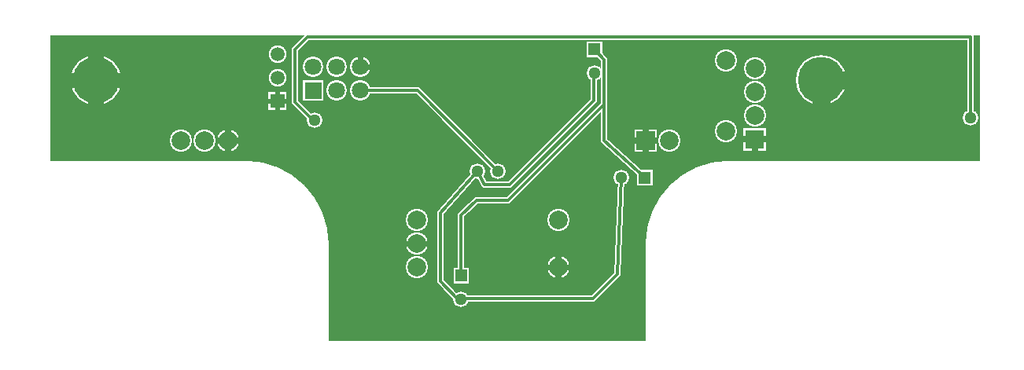
<source format=gbr>
%FSLAX34Y34*%
%MOMM*%
%LNCOPPER_BOTTOM*%
G71*
G01*
%ADD10C, 5.400*%
%ADD11C, 2.400*%
%ADD12C, 1.680*%
%ADD13C, 0.700*%
%ADD14C, 2.200*%
%ADD15C, 0.900*%
%ADD16C, 1.900*%
%ADD17C, 1.280*%
%ADD18C, 0.300*%
%ADD19C, 1.667*%
%ADD20C, 2.000*%
%ADD21C, 0.667*%
%ADD22C, 0.600*%
%ADD23C, 0.500*%
%ADD24C, 5.000*%
%ADD25C, 2.000*%
%ADD26C, 1.800*%
%ADD27C, 1.500*%
%LPD*%
G36*
X-14287Y14684D02*
X1035713Y14684D01*
X1035713Y-365316D01*
X-14287Y-365316D01*
X-14287Y14684D01*
G37*
%LPC*%
X62707Y-62706D02*
G54D10*
D03*
X843757Y-62706D02*
G54D10*
D03*
G36*
X759922Y-138205D02*
X759922Y-114205D01*
X783922Y-114205D01*
X783922Y-138205D01*
X759922Y-138205D01*
G37*
X771923Y-100806D02*
G54D11*
D03*
X771923Y-75406D02*
G54D11*
D03*
X771923Y-50006D02*
G54D11*
D03*
X407988Y-213519D02*
G54D11*
D03*
X560388Y-213519D02*
G54D11*
D03*
X407988Y-238919D02*
G54D11*
D03*
X560388Y-264319D02*
G54D11*
D03*
X407988Y-264319D02*
G54D11*
D03*
G36*
X447610Y-264650D02*
X464410Y-264650D01*
X464410Y-281450D01*
X447610Y-281450D01*
X447610Y-264650D01*
G37*
X456010Y-298450D02*
G54D12*
D03*
G36*
X607670Y-37697D02*
X590870Y-37697D01*
X590870Y-20897D01*
X607670Y-20897D01*
X607670Y-37697D01*
G37*
X599270Y-54697D02*
G54D12*
D03*
G54D13*
X456010Y-273050D02*
X456010Y-208360D01*
X472680Y-191690D01*
G54D13*
X456010Y-298450D02*
X452438Y-298450D01*
X433388Y-279400D01*
X433388Y-205582D01*
X473473Y-160337D01*
G54D13*
X473473Y-160337D02*
X481410Y-175022D01*
X508001Y-175022D01*
X598885Y-84137D01*
X598885Y-55082D01*
X599270Y-54697D01*
G54D13*
X472680Y-191690D02*
X506810Y-191690D01*
X609998Y-88503D01*
X609998Y-40025D01*
X599270Y-29297D01*
G36*
X285717Y-62758D02*
X307717Y-62758D01*
X307717Y-84758D01*
X285717Y-84758D01*
X285717Y-62758D01*
G37*
X296717Y-48358D02*
G54D14*
D03*
X322117Y-73758D02*
G54D14*
D03*
X322117Y-48358D02*
G54D14*
D03*
X347517Y-73758D02*
G54D14*
D03*
X347518Y-48358D02*
G54D14*
D03*
X495697Y-160337D02*
G54D12*
D03*
G54D15*
X1017985Y-8732D02*
X8335Y-8732D01*
G54D15*
X1018382Y-153988D02*
X744141Y-153919D01*
G54D15*
X1018382Y-8731D02*
X1018382Y-153988D01*
G54D15*
G75*
G01X744141Y-153919D02*
G03X659141Y-238919I0J-85000D01*
G01*
G54D15*
X659210Y-238919D02*
X659210Y-347663D01*
G54D15*
X659210Y-347663D02*
X308441Y-347663D01*
G54D15*
G75*
G01X308441Y-238919D02*
G03X223441Y-153919I-85000J0D01*
G01*
G54D15*
X308441Y-238919D02*
X308441Y-347663D01*
G54D15*
X8335Y-8732D02*
X8335Y-153988D01*
G54D15*
X8335Y-153988D02*
X223372Y-153988D01*
X223441Y-153919D01*
X154385Y-127793D02*
G54D11*
D03*
X179785Y-127793D02*
G54D11*
D03*
X205186Y-127793D02*
G54D11*
D03*
G36*
X666523Y-115658D02*
X666523Y-139658D01*
X642523Y-139658D01*
X642523Y-115658D01*
X666523Y-115658D01*
G37*
X679923Y-127659D02*
G54D11*
D03*
X473473Y-160337D02*
G54D12*
D03*
X1004491Y-103187D02*
G54D12*
D03*
G54D13*
X298450Y-105568D02*
X296466Y-105568D01*
X277020Y-85725D01*
X277020Y-29765D01*
X290910Y-15875D01*
X872729Y-15478D01*
X1004491Y-15478D01*
X1004491Y-103187D01*
X298450Y-105568D02*
G54D12*
D03*
G54D13*
X347517Y-73758D02*
X409118Y-73758D01*
X495697Y-160337D01*
G36*
X248543Y-94395D02*
X248543Y-75395D01*
X267543Y-75395D01*
X267543Y-94395D01*
X248543Y-94395D01*
G37*
X258043Y-59495D02*
G54D16*
D03*
X258043Y-34095D02*
G54D16*
D03*
X740645Y-41141D02*
G54D11*
D03*
X740644Y-117340D02*
G54D11*
D03*
G36*
X645085Y-176037D02*
X645085Y-159237D01*
X661885Y-159237D01*
X661885Y-176037D01*
X645085Y-176037D01*
G37*
X628085Y-167637D02*
G54D12*
D03*
G54D13*
X628085Y-167637D02*
X624513Y-271234D01*
X597694Y-298053D01*
X456407Y-298053D01*
X456010Y-298450D01*
G54D13*
X609998Y-88503D02*
X609998Y-127721D01*
X653485Y-167637D01*
X521891Y-32940D02*
G54D17*
D03*
X434182Y-44846D02*
G54D17*
D03*
X567929Y-332184D02*
G54D17*
D03*
X326629Y-325040D02*
G54D17*
D03*
X905272Y-135731D02*
G54D17*
D03*
X654447Y-109934D02*
G54D17*
D03*
X574676Y-184943D02*
G54D17*
D03*
X534988Y-53974D02*
G54D17*
D03*
G36*
X311944Y-365919D02*
X-13097Y-365919D01*
X-13494Y-155972D01*
X248047Y-155972D01*
X255984Y-158750D01*
X262334Y-163116D01*
X270669Y-167084D01*
X281781Y-175419D01*
X295275Y-193278D01*
X304403Y-209550D01*
X306388Y-214709D01*
X309562Y-223838D01*
X311944Y-239316D01*
X311944Y-365919D01*
G37*
G54D18*
X311944Y-365919D02*
X-13097Y-365919D01*
X-13494Y-155972D01*
X248047Y-155972D01*
X255984Y-158750D01*
X262334Y-163116D01*
X270669Y-167084D01*
X281781Y-175419D01*
X295275Y-193278D01*
X304403Y-209550D01*
X306388Y-214709D01*
X309562Y-223838D01*
X311944Y-239316D01*
X311944Y-365919D01*
G36*
X309166Y-348853D02*
X661591Y-348853D01*
X661591Y-365522D01*
X309166Y-365919D01*
X309166Y-348853D01*
G37*
G54D18*
X309166Y-348853D02*
X661591Y-348853D01*
X661591Y-365522D01*
X309166Y-365919D01*
X309166Y-348853D01*
G36*
X1019176Y-155178D02*
X744935Y-155178D01*
X710009Y-161131D01*
X678259Y-186134D01*
X663972Y-211931D01*
X660004Y-240110D01*
X660004Y-365919D01*
X1018778Y-366316D01*
X1018778Y-155576D01*
X1019176Y-155178D01*
G37*
G54D18*
X1019176Y-155178D02*
X744935Y-155178D01*
X710009Y-161131D01*
X678259Y-186134D01*
X663972Y-211931D01*
X660004Y-240110D01*
X660004Y-365919D01*
X1018778Y-366316D01*
X1018778Y-155576D01*
X1019176Y-155178D01*
G36*
X1018381Y-365125D02*
X1067991Y-365125D01*
X1068388Y13494D01*
X1018381Y13494D01*
X1018381Y-365125D01*
G37*
G54D18*
X1018381Y-365125D02*
X1067991Y-365125D01*
X1068388Y13494D01*
X1018381Y13494D01*
X1018381Y-365125D01*
G36*
X1019176Y-9922D02*
X9129Y-9922D01*
X9129Y-9129D01*
X-13494Y13494D01*
X1018381Y13494D01*
X1019572Y12303D01*
X1019176Y-9922D01*
G37*
G54D18*
X1019176Y-9922D02*
X9129Y-9922D01*
X9129Y-9129D01*
X-13494Y13494D01*
X1018381Y13494D01*
X1019572Y12303D01*
X1019176Y-9922D01*
G36*
X9129Y-155972D02*
X9129Y-9922D01*
X-13494Y12700D01*
X-13494Y-155972D01*
X-15081Y-157559D01*
X9129Y-155972D01*
G37*
G54D18*
X9129Y-155972D02*
X9129Y-9922D01*
X-13494Y12700D01*
X-13494Y-155972D01*
X-15081Y-157559D01*
X9129Y-155972D01*
%LPD*%
G54D19*
G36*
X54374Y-62706D02*
X54374Y-35206D01*
X71040Y-35206D01*
X71040Y-62706D01*
X54374Y-62706D01*
G37*
G36*
X62707Y-54373D02*
X90207Y-54373D01*
X90207Y-71040D01*
X62707Y-71040D01*
X62707Y-54373D01*
G37*
G36*
X71040Y-62706D02*
X71040Y-90206D01*
X54374Y-90206D01*
X54374Y-62706D01*
X71040Y-62706D01*
G37*
G36*
X62707Y-71040D02*
X35207Y-71040D01*
X35207Y-54373D01*
X62707Y-54373D01*
X62707Y-71040D01*
G37*
G54D20*
G36*
X843757Y-52706D02*
X871257Y-52706D01*
X871257Y-72706D01*
X843757Y-72706D01*
X843757Y-52706D01*
G37*
G36*
X853757Y-62706D02*
X853757Y-90206D01*
X833757Y-90206D01*
X833757Y-62706D01*
X853757Y-62706D01*
G37*
G54D21*
G36*
X771922Y-129539D02*
X759422Y-129539D01*
X759422Y-122872D01*
X771922Y-122872D01*
X771922Y-129539D01*
G37*
G36*
X771922Y-122872D02*
X784422Y-122872D01*
X784422Y-129539D01*
X771922Y-129539D01*
X771922Y-122872D01*
G37*
G36*
X775256Y-126205D02*
X775256Y-138705D01*
X768589Y-138705D01*
X768589Y-126205D01*
X775256Y-126205D01*
G37*
G54D21*
G36*
X407988Y-235586D02*
X420488Y-235586D01*
X420488Y-242253D01*
X407988Y-242253D01*
X407988Y-235586D01*
G37*
G36*
X407988Y-242253D02*
X395488Y-242253D01*
X395488Y-235586D01*
X407988Y-235586D01*
X407988Y-242253D01*
G37*
G54D21*
G36*
X560388Y-260986D02*
X572888Y-260986D01*
X572888Y-267653D01*
X560388Y-267653D01*
X560388Y-260986D01*
G37*
G36*
X563721Y-264319D02*
X563721Y-276819D01*
X557054Y-276819D01*
X557054Y-264319D01*
X563721Y-264319D01*
G37*
G36*
X560388Y-267653D02*
X547888Y-267653D01*
X547888Y-260986D01*
X560388Y-260986D01*
X560388Y-267653D01*
G37*
G36*
X557054Y-264319D02*
X557054Y-251819D01*
X563721Y-251819D01*
X563721Y-264319D01*
X557054Y-264319D01*
G37*
G54D22*
G36*
X344518Y-48358D02*
X344518Y-36858D01*
X350518Y-36858D01*
X350518Y-48358D01*
X344518Y-48358D01*
G37*
G36*
X347518Y-45358D02*
X359018Y-45358D01*
X359018Y-51358D01*
X347518Y-51358D01*
X347518Y-45358D01*
G37*
G54D21*
G36*
X201852Y-127793D02*
X201852Y-115293D01*
X208519Y-115293D01*
X208519Y-127793D01*
X201852Y-127793D01*
G37*
G36*
X205186Y-124460D02*
X217686Y-124460D01*
X217686Y-131127D01*
X205186Y-131127D01*
X205186Y-124460D01*
G37*
G36*
X208519Y-127793D02*
X208519Y-140293D01*
X201852Y-140293D01*
X201852Y-127793D01*
X208519Y-127793D01*
G37*
G36*
X205186Y-131127D02*
X192686Y-131127D01*
X192686Y-124460D01*
X205186Y-124460D01*
X205186Y-131127D01*
G37*
G54D21*
G36*
X654523Y-124325D02*
X667023Y-124325D01*
X667023Y-130992D01*
X654523Y-130992D01*
X654523Y-124325D01*
G37*
G36*
X657856Y-127658D02*
X657856Y-140158D01*
X651190Y-140158D01*
X651190Y-127658D01*
X657856Y-127658D01*
G37*
G36*
X654523Y-130992D02*
X642023Y-130992D01*
X642023Y-124325D01*
X654523Y-124325D01*
X654523Y-130992D01*
G37*
G36*
X651190Y-127658D02*
X651190Y-115158D01*
X657856Y-115158D01*
X657856Y-127658D01*
X651190Y-127658D01*
G37*
G54D23*
G36*
X258043Y-87395D02*
X248043Y-87395D01*
X248043Y-82395D01*
X258043Y-82395D01*
X258043Y-87395D01*
G37*
G36*
X255543Y-84895D02*
X255543Y-74895D01*
X260543Y-74895D01*
X260543Y-84895D01*
X255543Y-84895D01*
G37*
G36*
X258043Y-82395D02*
X268043Y-82395D01*
X268043Y-87395D01*
X258043Y-87395D01*
X258043Y-82395D01*
G37*
G36*
X260543Y-84895D02*
X260543Y-94895D01*
X255543Y-94895D01*
X255543Y-84895D01*
X260543Y-84895D01*
G37*
X62707Y-62706D02*
G54D24*
D03*
X843757Y-62706D02*
G54D24*
D03*
G36*
X761922Y-136205D02*
X761922Y-116205D01*
X781922Y-116205D01*
X781922Y-136205D01*
X761922Y-136205D01*
G37*
X771923Y-100806D02*
G54D25*
D03*
X771923Y-75406D02*
G54D25*
D03*
X771923Y-50006D02*
G54D25*
D03*
X407988Y-213519D02*
G54D25*
D03*
X560388Y-213519D02*
G54D25*
D03*
X407988Y-238919D02*
G54D25*
D03*
X560388Y-264319D02*
G54D25*
D03*
X407988Y-264319D02*
G54D25*
D03*
G36*
X449610Y-266650D02*
X462410Y-266650D01*
X462410Y-279450D01*
X449610Y-279450D01*
X449610Y-266650D01*
G37*
X456010Y-298450D02*
G54D17*
D03*
G36*
X605670Y-35697D02*
X592870Y-35697D01*
X592870Y-22897D01*
X605670Y-22897D01*
X605670Y-35697D01*
G37*
X599270Y-54697D02*
G54D17*
D03*
G54D18*
X456010Y-273050D02*
X456010Y-208360D01*
X472680Y-191690D01*
G54D18*
X456010Y-298450D02*
X452438Y-298450D01*
X433388Y-279400D01*
X433388Y-205582D01*
X473473Y-160337D01*
G54D18*
X473473Y-160337D02*
X481410Y-175022D01*
X508001Y-175022D01*
X598885Y-84137D01*
X598885Y-55082D01*
X599270Y-54697D01*
G54D18*
X472680Y-191690D02*
X506810Y-191690D01*
X609998Y-88503D01*
X609998Y-40025D01*
X599270Y-29297D01*
G36*
X287717Y-64758D02*
X305717Y-64758D01*
X305717Y-82758D01*
X287717Y-82758D01*
X287717Y-64758D01*
G37*
X296717Y-48358D02*
G54D26*
D03*
X322117Y-73758D02*
G54D26*
D03*
X322117Y-48358D02*
G54D26*
D03*
X347517Y-73758D02*
G54D26*
D03*
X347518Y-48358D02*
G54D26*
D03*
X495697Y-160337D02*
G54D17*
D03*
X154385Y-127793D02*
G54D25*
D03*
X179785Y-127793D02*
G54D25*
D03*
X205186Y-127793D02*
G54D25*
D03*
G36*
X664523Y-117658D02*
X664523Y-137658D01*
X644523Y-137658D01*
X644523Y-117658D01*
X664523Y-117658D01*
G37*
X679923Y-127659D02*
G54D25*
D03*
X473473Y-160337D02*
G54D17*
D03*
X1004491Y-103187D02*
G54D17*
D03*
G54D18*
X298450Y-105568D02*
X296466Y-105568D01*
X277020Y-85725D01*
X277020Y-29765D01*
X290910Y-15875D01*
X872729Y-15478D01*
X1004491Y-15478D01*
X1004491Y-103187D01*
X298450Y-105568D02*
G54D17*
D03*
G54D18*
X347517Y-73758D02*
X409118Y-73758D01*
X495697Y-160337D01*
G36*
X250543Y-92395D02*
X250543Y-77395D01*
X265543Y-77395D01*
X265543Y-92395D01*
X250543Y-92395D01*
G37*
X258043Y-59495D02*
G54D27*
D03*
X258043Y-34095D02*
G54D27*
D03*
X740645Y-41141D02*
G54D25*
D03*
X740644Y-117340D02*
G54D25*
D03*
G36*
X647085Y-174037D02*
X647085Y-161237D01*
X659885Y-161237D01*
X659885Y-174037D01*
X647085Y-174037D01*
G37*
X628085Y-167637D02*
G54D17*
D03*
G54D18*
X628085Y-167637D02*
X624513Y-271234D01*
X597694Y-298053D01*
X456407Y-298053D01*
X456010Y-298450D01*
G54D18*
X609998Y-88503D02*
X609998Y-127721D01*
X653485Y-167637D01*
X521891Y-32940D02*
G54D17*
D03*
X434182Y-44846D02*
G54D17*
D03*
X567929Y-332184D02*
G54D17*
D03*
X326629Y-325040D02*
G54D17*
D03*
X905272Y-135731D02*
G54D17*
D03*
X654447Y-109934D02*
G54D17*
D03*
X574676Y-184943D02*
G54D17*
D03*
X534988Y-53974D02*
G54D17*
D03*
M02*

</source>
